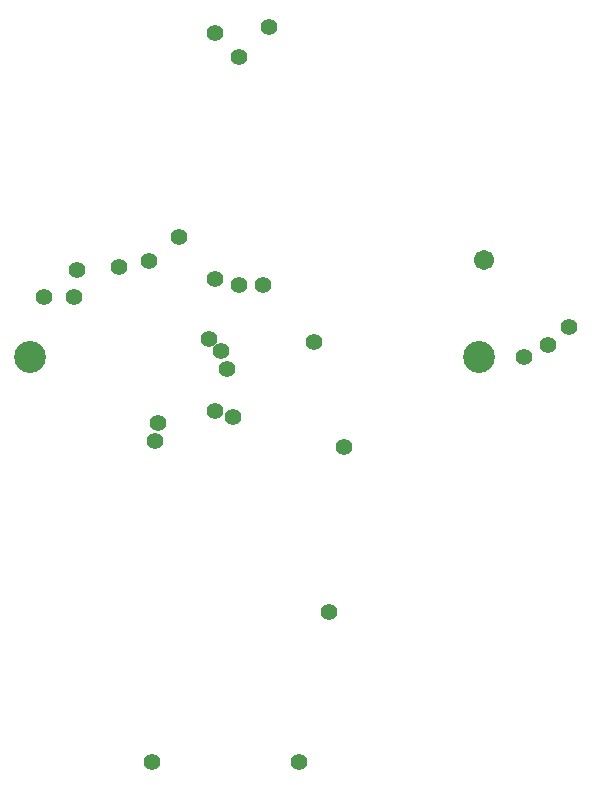
<source format=gbs>
G75*
G70*
%OFA0B0*%
%FSLAX24Y24*%
%IPPOS*%
%LPD*%
%AMOC8*
5,1,8,0,0,1.08239X$1,22.5*
%
%ADD10C,0.1064*%
%ADD11C,0.0671*%
%ADD12C,0.0560*%
D10*
X010708Y017688D03*
X025669Y017688D03*
D11*
X025826Y020917D03*
D12*
X014788Y004188D03*
X019688Y004188D03*
X020688Y009188D03*
X021188Y014688D03*
X020188Y018188D03*
X018488Y020088D03*
X017688Y020088D03*
X016888Y020288D03*
X015688Y021688D03*
X014688Y020888D03*
X013688Y020688D03*
X012288Y020588D03*
X012188Y019688D03*
X011188Y019688D03*
X014988Y015488D03*
X014888Y014888D03*
X016888Y015888D03*
X017488Y015688D03*
X017288Y017288D03*
X017088Y017888D03*
X016688Y018288D03*
X017688Y027688D03*
X016888Y028488D03*
X018688Y028688D03*
X028688Y018688D03*
X027988Y018088D03*
X027188Y017688D03*
M02*

</source>
